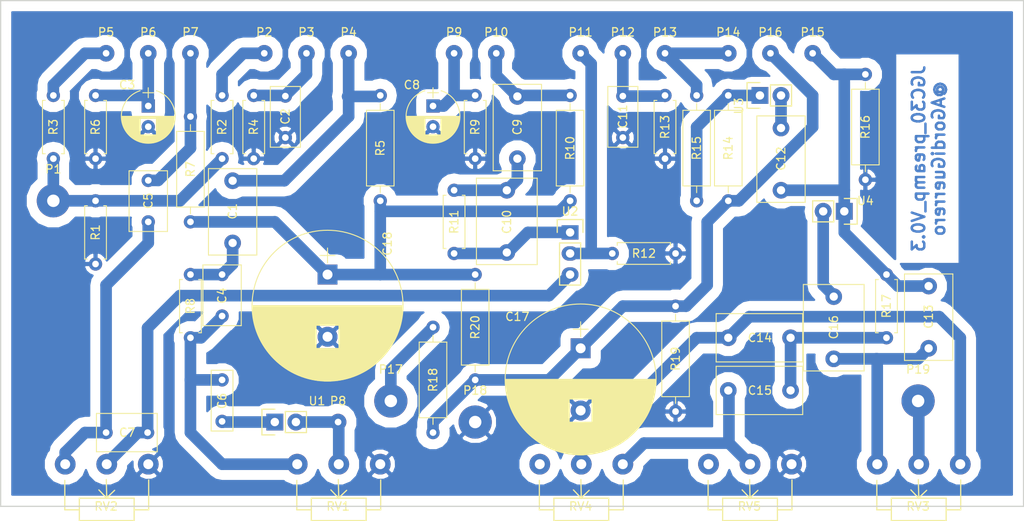
<source format=kicad_pcb>
(kicad_pcb (version 4) (host pcbnew 4.0.0-rc2-stable)
  (title_block (title "JGC30 tube preamp") (date 2017-01-18) (rev V0.3.1) (company @AGordiGuerrero) (comment 1 "Smart Open Lab. University of Extremadura."))
  (layers (0 F.Cu signal) (31 B.Cu signal) (34 B.Paste user) (35 F.Paste user) (36 B.SilkS user) (37 F.SilkS user) (38 B.Mask user) (39 F.Mask user) (44 Edge.Cuts user))
  (net 0 "")
  (net 1 "Net-(C1-Pad1)")
  (net 2 "Net-(C1-Pad2)")
  (net 3 GND)
  (net 4 "Net-(C2-Pad2)")
  (net 5 "Net-(C3-Pad1)")
  (net 6 "Net-(C4-Pad2)")
  (net 7 "Net-(C5-Pad1)")
  (net 8 "Net-(C5-Pad2)")
  (net 9 "Net-(C6-Pad2)")
  (net 10 "Net-(C7-Pad2)")
  (net 11 "Net-(C8-Pad1)")
  (net 12 "Net-(C10-Pad1)")
  (net 13 "Net-(C9-Pad2)")
  (net 14 "Net-(C10-Pad2)")
  (net 15 "Net-(C11-Pad2)")
  (net 16 "Net-(C12-Pad1)")
  (net 17 "Net-(C12-Pad2)")
  (net 18 "Net-(C13-Pad1)")
  (net 19 "Net-(C14-Pad1)")
  (net 20 "Net-(C14-Pad2)")
  (net 21 "Net-(C15-Pad1)")
  (net 22 "Net-(C16-Pad2)")
  (net 23 +HV1)
  (net 24 +HV2)
  (net 25 "Net-(P1-Pad1)")
  (net 26 "Net-(P2-Pad1)")
  (net 27 "Net-(P5-Pad1)")
  (net 28 "Net-(P8-Pad1)")
  (net 29 "Net-(P11-Pad1)")
  (net 30 "Net-(P13-Pad1)")
  (net 31 VCC)
  (net 32 "Net-(P19-Pad1)")
  (net 33 "Net-(R14-Pad2)")
  (module Capacitors_THT:C_Rect_L10.3mm_W5.7mm_P7.50mm_MKS4 (layer F.Cu) (at 138.43 80.01 90)
    (fp_text reference C1 (at 3.81 0 90) (layer F.SilkS))
    (fp_text value 22n)
    (pad 1 thru_hole circle (at 0 0 90) (size 2 2) (drill 1) (layers *.Cu *.Mask) (net 1 "Net-(C1-Pad1)"))
    (pad 2 thru_hole circle (at 7.5 0 90) (size 2 2) (drill 1) (layers *.Cu *.Mask) (net 2 "Net-(C1-Pad2)"))
  )
  (module Capacitors_THT:C_Rect_L7.2mm_W3.5mm_P5.00mm_FKS2_FKP2_MKS2_MKP2 (layer F.Cu) (at 144.78 67.31 90)
    (fp_text reference C2 (at 2.54 0 90) (layer F.SilkS))
    (fp_text value 680n)
    (pad 1 thru_hole circle (at 0 0 90) (size 1.6 1.6) (drill 0.8) (layers *.Cu *.Mask) (net 3 GND))
    (pad 2 thru_hole circle (at 5 0 90) (size 1.6 1.6) (drill 0.8) (layers *.Cu *.Mask) (net 4 "Net-(C2-Pad2)"))
  )
  (module Capacitors_THT:CP_Radial_D6.3mm_P2.50mm (layer F.Cu) (at 128.27 63.5 270)
    (fp_text reference C3 (at -2.54 2.54 360) (layer F.SilkS))
    (fp_text value 22u)
    (pad 1 thru_hole rect (at 0 0 270) (size 1.6 1.6) (drill 0.8) (layers *.Cu *.Mask) (net 5 "Net-(C3-Pad1)"))
    (pad 2 thru_hole circle (at 2.5 0 270) (size 1.6 1.6) (drill 0.8) (layers *.Cu *.Mask) (net 3 GND))
  )
  (module Capacitors_THT:C_Rect_L7.2mm_W4.5mm_P5.00mm_FKS2_FKP2_MKS2_MKP2 (layer F.Cu) (at 137.16 83.82 270)
    (fp_text reference C4 (at 2.54 0 270) (layer F.SilkS))
    (fp_text value 470p)
    (pad 1 thru_hole circle (at 0 0 270) (size 1.6 1.6) (drill 0.8) (layers *.Cu *.Mask) (net 1 "Net-(C1-Pad1)"))
    (pad 2 thru_hole circle (at 5 0 270) (size 1.6 1.6) (drill 0.8) (layers *.Cu *.Mask) (net 6 "Net-(C4-Pad2)"))
  )
  (module Capacitors_THT:C_Rect_L7.2mm_W4.5mm_P5.00mm_FKS2_FKP2_MKS2_MKP2 (layer F.Cu) (at 128.27 77.47 90)
    (fp_text reference C5 (at 2.54 0 90) (layer F.SilkS))
    (fp_text value 470p)
    (pad 1 thru_hole circle (at 0 0 90) (size 1.6 1.6) (drill 0.8) (layers *.Cu *.Mask) (net 7 "Net-(C5-Pad1)"))
    (pad 2 thru_hole circle (at 5 0 90) (size 1.6 1.6) (drill 0.8) (layers *.Cu *.Mask) (net 8 "Net-(C5-Pad2)"))
  )
  (module Capacitors_THT:C_Rect_L7.2mm_W2.5mm_P5.00mm_FKS2_FKP2_MKS2_MKP2 (layer F.Cu) (at 137.16 96.52 270)
    (fp_text reference C6 (at 2.54 0 270) (layer F.SilkS))
    (fp_text value 1n)
    (pad 1 thru_hole circle (at 0 0 270) (size 1.6 1.6) (drill 0.8) (layers *.Cu *.Mask) (net 6 "Net-(C4-Pad2)"))
    (pad 2 thru_hole circle (at 5 0 270) (size 1.6 1.6) (drill 0.8) (layers *.Cu *.Mask) (net 9 "Net-(C6-Pad2)"))
  )
  (module Capacitors_THT:C_Rect_L7.2mm_W4.5mm_P5.00mm_FKS2_FKP2_MKS2_MKP2 (layer F.Cu) (at 123.19 102.87)
    (fp_text reference C7 (at 2.54 0) (layer F.SilkS))
    (fp_text value 100p)
    (pad 1 thru_hole circle (at 0 0) (size 1.6 1.6) (drill 0.8) (layers *.Cu *.Mask) (net 7 "Net-(C5-Pad1)"))
    (pad 2 thru_hole circle (at 5 0) (size 1.6 1.6) (drill 0.8) (layers *.Cu *.Mask) (net 10 "Net-(C7-Pad2)"))
  )
  (module Capacitors_THT:CP_Radial_D6.3mm_P2.50mm (layer F.Cu) (at 162.56 63.5 270)
    (fp_text reference C8 (at -2.54 2.54 360) (layer F.SilkS))
    (fp_text value 22u)
    (pad 1 thru_hole rect (at 0 0 270) (size 1.6 1.6) (drill 0.8) (layers *.Cu *.Mask) (net 11 "Net-(C8-Pad1)"))
    (pad 2 thru_hole circle (at 2.5 0 270) (size 1.6 1.6) (drill 0.8) (layers *.Cu *.Mask) (net 3 GND))
  )
  (module Capacitors_THT:C_Rect_L10.3mm_W5.7mm_P7.50mm_MKS4 (layer F.Cu) (at 172.72 69.85 90)
    (fp_text reference C9 (at 3.81 0 90) (layer F.SilkS))
    (fp_text value 22n)
    (pad 1 thru_hole circle (at 0 0 90) (size 2 2) (drill 1) (layers *.Cu *.Mask) (net 12 "Net-(C10-Pad1)"))
    (pad 2 thru_hole circle (at 7.5 0 90) (size 2 2) (drill 1) (layers *.Cu *.Mask) (net 13 "Net-(C9-Pad2)"))
  )
  (module Capacitors_THT:C_Rect_L10.3mm_W7.2mm_P7.50mm_MKS4 (layer F.Cu) (at 171.45 73.66 270)
    (fp_text reference C10 (at 3.81 0 270) (layer F.SilkS))
    (fp_text value 470p)
    (pad 1 thru_hole circle (at 0 0 270) (size 2 2) (drill 1) (layers *.Cu *.Mask) (net 12 "Net-(C10-Pad1)"))
    (pad 2 thru_hole circle (at 7.5 0 270) (size 2 2) (drill 1) (layers *.Cu *.Mask) (net 14 "Net-(C10-Pad2)"))
  )
  (module Capacitors_THT:C_Rect_L7.2mm_W3.5mm_P5.00mm_FKS2_FKP2_MKS2_MKP2 (layer F.Cu) (at 185.42 67.31 90)
    (fp_text reference C11 (at 2.54 0 90) (layer F.SilkS))
    (fp_text value 680n)
    (pad 1 thru_hole circle (at 0 0 90) (size 1.6 1.6) (drill 0.8) (layers *.Cu *.Mask) (net 3 GND))
    (pad 2 thru_hole circle (at 5 0 90) (size 1.6 1.6) (drill 0.8) (layers *.Cu *.Mask) (net 15 "Net-(C11-Pad2)"))
  )
  (module Capacitors_THT:C_Rect_L10.3mm_W5.7mm_P7.50mm_MKS4 (layer F.Cu) (at 204.47 73.66 90)
    (fp_text reference C12 (at 3.81 0 90) (layer F.SilkS))
    (fp_text value 47n)
    (pad 1 thru_hole circle (at 0 0 90) (size 2 2) (drill 1) (layers *.Cu *.Mask) (net 16 "Net-(C12-Pad1)"))
    (pad 2 thru_hole circle (at 7.5 0 90) (size 2 2) (drill 1) (layers *.Cu *.Mask) (net 17 "Net-(C12-Pad2)"))
  )
  (module Capacitors_THT:C_Rect_L10.3mm_W5.7mm_P7.50mm_MKS4 (layer F.Cu) (at 222.25 92.71 90)
    (fp_text reference C13 (at 3.81 0 90) (layer F.SilkS))
    (fp_text value 22n)
    (pad 1 thru_hole circle (at 0 0 90) (size 2 2) (drill 1) (layers *.Cu *.Mask) (net 18 "Net-(C13-Pad1)"))
    (pad 2 thru_hole circle (at 7.5 0 90) (size 2 2) (drill 1) (layers *.Cu *.Mask) (net 16 "Net-(C12-Pad1)"))
  )
  (module Capacitors_THT:C_Rect_L10.3mm_W5.7mm_P7.50mm_MKS4 (layer F.Cu) (at 198.12 91.44)
    (fp_text reference C14 (at 3.81 0) (layer F.SilkS))
    (fp_text value 22n)
    (pad 1 thru_hole circle (at 0 0) (size 2 2) (drill 1) (layers *.Cu *.Mask) (net 19 "Net-(C14-Pad1)"))
    (pad 2 thru_hole circle (at 7.5 0) (size 2 2) (drill 1) (layers *.Cu *.Mask) (net 20 "Net-(C14-Pad2)"))
  )
  (module Capacitors_THT:C_Rect_L10.3mm_W5.7mm_P7.50mm_MKS4 (layer F.Cu) (at 198.12 97.79)
    (fp_text reference C15 (at 3.81 0) (layer F.SilkS))
    (fp_text value 22n)
    (pad 1 thru_hole circle (at 0 0) (size 2 2) (drill 1) (layers *.Cu *.Mask) (net 21 "Net-(C15-Pad1)"))
    (pad 2 thru_hole circle (at 7.5 0) (size 2 2) (drill 1) (layers *.Cu *.Mask) (net 20 "Net-(C14-Pad2)"))
  )
  (module Capacitors_THT:C_Rect_L10.3mm_W7.2mm_P7.50mm_MKS4 (layer F.Cu) (at 210.82 93.98 90)
    (fp_text reference C16 (at 3.81 0 90) (layer F.SilkS))
    (fp_text value 470p)
    (pad 1 thru_hole circle (at 0 0 90) (size 2 2) (drill 1) (layers *.Cu *.Mask) (net 18 "Net-(C13-Pad1)"))
    (pad 2 thru_hole circle (at 7.5 0 90) (size 2 2) (drill 1) (layers *.Cu *.Mask) (net 22 "Net-(C16-Pad2)"))
  )
  (module Capacitors_THT:CP_Radial_D18.0mm_P7.50mm (layer F.Cu) (at 180.34 92.71 270)
    (fp_text reference C17 (at -3.81 7.62 360) (layer F.SilkS))
    (fp_text value 47u)
    (pad 1 thru_hole rect (at 0 0 270) (size 2.4 2.4) (drill 1.2) (layers *.Cu *.Mask) (net 23 +HV1))
    (pad 2 thru_hole circle (at 7.5 0 270) (size 2.4 2.4) (drill 1.2) (layers *.Cu *.Mask) (net 3 GND))
  )
  (module Capacitors_THT:CP_Radial_D18.0mm_P7.50mm (layer F.Cu) (at 149.86 83.82 270)
    (fp_text reference C18 (at -3.7211 -7.2136 270) (layer F.SilkS))
    (fp_text value 47u)
    (pad 1 thru_hole rect (at 0 0 270) (size 2.4 2.4) (drill 1.2) (layers *.Cu *.Mask) (net 24 +HV2))
    (pad 2 thru_hole circle (at 7.5 0 270) (size 2.4 2.4) (drill 1.2) (layers *.Cu *.Mask) (net 3 GND))
  )
  (module Wire_Pads:SolderWirePad_single_1-5mmDrill (layer F.Cu) (at 116.84 74.93)
    (fp_text reference P1 (at 0 -3.81) (layer F.SilkS))
    (fp_text value INPUT)
    (pad 1 thru_hole circle (at 0 0) (size 4.0005 4.0005) (drill 1.50114) (layers *.Cu *.Mask) (net 25 "Net-(P1-Pad1)"))
  )
  (module Wire_Pads:SolderWirePad_single_0-8mmDrill (layer F.Cu) (at 142.24 57.15)
    (fp_text reference P2 (at 0 -2.54) (layer F.SilkS))
    (fp_text value V2A_G)
    (pad 1 thru_hole circle (at 0 0) (size 1.99898 1.99898) (drill 0.8001) (layers *.Cu *.Mask) (net 26 "Net-(P2-Pad1)"))
  )
  (module Wire_Pads:SolderWirePad_single_0-8mmDrill (layer F.Cu) (at 147.32 57.15)
    (fp_text reference P3 (at 0 -2.54) (layer F.SilkS))
    (fp_text value V2A_K)
    (pad 1 thru_hole circle (at 0 0) (size 1.99898 1.99898) (drill 0.8001) (layers *.Cu *.Mask) (net 4 "Net-(C2-Pad2)"))
  )
  (module Wire_Pads:SolderWirePad_single_0-8mmDrill (layer F.Cu) (at 152.4 57.15)
    (fp_text reference P4 (at 0 -2.54) (layer F.SilkS))
    (fp_text value V2A_A)
    (pad 1 thru_hole circle (at 0 0) (size 1.99898 1.99898) (drill 0.8001) (layers *.Cu *.Mask) (net 2 "Net-(C1-Pad2)"))
  )
  (module Wire_Pads:SolderWirePad_single_0-8mmDrill (layer F.Cu) (at 123.19 57.15)
    (fp_text reference P5 (at 0 -2.54) (layer F.SilkS))
    (fp_text value V1A_G)
    (pad 1 thru_hole circle (at 0 0) (size 1.99898 1.99898) (drill 0.8001) (layers *.Cu *.Mask) (net 27 "Net-(P5-Pad1)"))
  )
  (module Wire_Pads:SolderWirePad_single_0-8mmDrill (layer F.Cu) (at 128.27 57.15)
    (fp_text reference P6 (at 0 -2.54) (layer F.SilkS))
    (fp_text value V1A_K)
    (pad 1 thru_hole circle (at 0 0) (size 1.99898 1.99898) (drill 0.8001) (layers *.Cu *.Mask) (net 5 "Net-(C3-Pad1)"))
  )
  (module Wire_Pads:SolderWirePad_single_0-8mmDrill (layer F.Cu) (at 133.35 57.15)
    (fp_text reference P7 (at 0 -2.54) (layer F.SilkS))
    (fp_text value V1A_A)
    (pad 1 thru_hole circle (at 0 0) (size 1.99898 1.99898) (drill 0.8001) (layers *.Cu *.Mask) (net 8 "Net-(C5-Pad2)"))
  )
  (module Wire_Pads:SolderWirePad_single_0-8mmDrill (layer F.Cu) (at 151.13 101.6)
    (fp_text reference P8 (at 0 -2.54) (layer F.SilkS))
    (fp_text value V2B_G)
    (pad 1 thru_hole circle (at 0 0) (size 1.99898 1.99898) (drill 0.8001) (layers *.Cu *.Mask) (net 28 "Net-(P8-Pad1)"))
  )
  (module Wire_Pads:SolderWirePad_single_0-8mmDrill (layer F.Cu) (at 165.1 57.15)
    (fp_text reference P9 (at 0 -2.54) (layer F.SilkS))
    (fp_text value V2B_K)
    (pad 1 thru_hole circle (at 0 0) (size 1.99898 1.99898) (drill 0.8001) (layers *.Cu *.Mask) (net 11 "Net-(C8-Pad1)"))
  )
  (module Wire_Pads:SolderWirePad_single_0-8mmDrill (layer F.Cu) (at 170.18 57.15)
    (fp_text reference P10 (at 0 -2.54) (layer F.SilkS))
    (fp_text value V2B_A)
    (pad 1 thru_hole circle (at 0 0) (size 1.99898 1.99898) (drill 0.8001) (layers *.Cu *.Mask) (net 13 "Net-(C9-Pad2)"))
  )
  (module Wire_Pads:SolderWirePad_single_0-8mmDrill (layer F.Cu) (at 180.34 57.15)
    (fp_text reference P11 (at 0 -2.54) (layer F.SilkS))
    (fp_text value V3A_G)
    (pad 1 thru_hole circle (at 0 0) (size 1.99898 1.99898) (drill 0.8001) (layers *.Cu *.Mask) (net 29 "Net-(P11-Pad1)"))
  )
  (module Wire_Pads:SolderWirePad_single_0-8mmDrill (layer F.Cu) (at 185.42 57.15)
    (fp_text reference P12 (at 0 -2.54) (layer F.SilkS))
    (fp_text value V3A_K)
    (pad 1 thru_hole circle (at 0 0) (size 1.99898 1.99898) (drill 0.8001) (layers *.Cu *.Mask) (net 15 "Net-(C11-Pad2)"))
  )
  (module Wire_Pads:SolderWirePad_single_0-8mmDrill (layer F.Cu) (at 190.5 57.15)
    (fp_text reference P13 (at 0 -2.54) (layer F.SilkS))
    (fp_text value V3A_A)
    (pad 1 thru_hole circle (at 0 0) (size 1.99898 1.99898) (drill 0.8001) (layers *.Cu *.Mask) (net 30 "Net-(P13-Pad1)"))
  )
  (module Wire_Pads:SolderWirePad_single_0-8mmDrill (layer F.Cu) (at 198.12 57.15)
    (fp_text reference P14 (at 0 -2.54) (layer F.SilkS))
    (fp_text value V3B_G)
    (pad 1 thru_hole circle (at 0 0) (size 1.99898 1.99898) (drill 0.8001) (layers *.Cu *.Mask) (net 30 "Net-(P13-Pad1)"))
  )
  (module Wire_Pads:SolderWirePad_single_0-8mmDrill (layer F.Cu) (at 208.28 57.15)
    (fp_text reference P15 (at 0 -2.54) (layer F.SilkS))
    (fp_text value V3B_K)
    (pad 1 thru_hole circle (at 0 0) (size 1.99898 1.99898) (drill 0.8001) (layers *.Cu *.Mask) (net 16 "Net-(C12-Pad1)"))
  )
  (module Wire_Pads:SolderWirePad_single_0-8mmDrill (layer F.Cu) (at 203.2 57.15)
    (fp_text reference P16 (at 0 -2.54) (layer F.SilkS))
    (fp_text value V3B_A)
    (pad 1 thru_hole circle (at 0 0) (size 1.99898 1.99898) (drill 0.8001) (layers *.Cu *.Mask) (net 23 +HV1))
  )
  (module Wire_Pads:SolderWirePad_single_1-5mmDrill (layer F.Cu) (at 157.48 99.06)
    (fp_text reference P17 (at 0 -3.81) (layer F.SilkS))
    (fp_text value VCC)
    (pad 1 thru_hole circle (at 0 0) (size 4.0005 4.0005) (drill 1.50114) (layers *.Cu *.Mask) (net 31 VCC))
  )
  (module Wire_Pads:SolderWirePad_single_1-5mmDrill (layer F.Cu) (at 167.64 101.6)
    (fp_text reference P18 (at 0 -3.81) (layer F.SilkS))
    (fp_text value GROUND)
    (pad 1 thru_hole circle (at 0 0) (size 4.0005 4.0005) (drill 1.50114) (layers *.Cu *.Mask) (net 3 GND))
  )
  (module Wire_Pads:SolderWirePad_single_1-5mmDrill (layer F.Cu) (at 220.98 99.06)
    (fp_text reference P19 (at 0 -3.81) (layer F.SilkS))
    (fp_text value OUTPUT)
    (pad 1 thru_hole circle (at 0 0) (size 4.0005 4.0005) (drill 1.50114) (layers *.Cu *.Mask) (net 32 "Net-(P19-Pad1)"))
  )
  (module Resistors_THT:R_Axial_DIN0207_L6.3mm_D2.5mm_P7.62mm_Horizontal (layer F.Cu) (at 121.92 74.93 270)
    (fp_text reference R1 (at 3.81 0 270) (layer F.SilkS))
    (fp_text value 1M)
    (pad 1 thru_hole circle (at 0 0 270) (size 1.6 1.6) (drill 0.8) (layers *.Cu *.Mask) (net 25 "Net-(P1-Pad1)"))
    (pad 2 thru_hole oval (at 7.62 0 270) (size 1.6 1.6) (drill 0.8) (layers *.Cu *.Mask) (net 3 GND))
  )
  (module Resistors_THT:R_Axial_DIN0207_L6.3mm_D2.5mm_P7.62mm_Horizontal (layer F.Cu) (at 137.16 62.23 270)
    (fp_text reference R2 (at 3.81 0 270) (layer F.SilkS))
    (fp_text value 68k)
    (pad 1 thru_hole circle (at 0 0 270) (size 1.6 1.6) (drill 0.8) (layers *.Cu *.Mask) (net 26 "Net-(P2-Pad1)"))
    (pad 2 thru_hole oval (at 7.62 0 270) (size 1.6 1.6) (drill 0.8) (layers *.Cu *.Mask) (net 25 "Net-(P1-Pad1)"))
  )
  (module Resistors_THT:R_Axial_DIN0207_L6.3mm_D2.5mm_P7.62mm_Horizontal (layer F.Cu) (at 116.84 62.23 270)
    (fp_text reference R3 (at 3.81 0 270) (layer F.SilkS))
    (fp_text value 68k)
    (pad 1 thru_hole circle (at 0 0 270) (size 1.6 1.6) (drill 0.8) (layers *.Cu *.Mask) (net 27 "Net-(P5-Pad1)"))
    (pad 2 thru_hole oval (at 7.62 0 270) (size 1.6 1.6) (drill 0.8) (layers *.Cu *.Mask) (net 25 "Net-(P1-Pad1)"))
  )
  (module Resistors_THT:R_Axial_DIN0207_L6.3mm_D2.5mm_P7.62mm_Horizontal (layer F.Cu) (at 140.97 62.23 270)
    (fp_text reference R4 (at 3.81 0 270) (layer F.SilkS))
    (fp_text value 2k7)
    (pad 1 thru_hole circle (at 0 0 270) (size 1.6 1.6) (drill 0.8) (layers *.Cu *.Mask) (net 4 "Net-(C2-Pad2)"))
    (pad 2 thru_hole oval (at 7.62 0 270) (size 1.6 1.6) (drill 0.8) (layers *.Cu *.Mask) (net 3 GND))
  )
  (module Resistors_THT:R_Axial_DIN0309_L9.0mm_D3.2mm_P12.70mm_Horizontal (layer F.Cu) (at 156.21 74.93 90)
    (fp_text reference R5 (at 6.35 0 90) (layer F.SilkS))
    (fp_text value 100k)
    (pad 1 thru_hole circle (at 0 0 90) (size 1.6 1.6) (drill 0.8) (layers *.Cu *.Mask) (net 24 +HV2))
    (pad 2 thru_hole oval (at 12.7 0 90) (size 1.6 1.6) (drill 0.8) (layers *.Cu *.Mask) (net 2 "Net-(C1-Pad2)"))
  )
  (module Resistors_THT:R_Axial_DIN0207_L6.3mm_D2.5mm_P7.62mm_Horizontal (layer F.Cu) (at 121.92 62.23 270)
    (fp_text reference R6 (at 3.81 0 270) (layer F.SilkS))
    (fp_text value 820R)
    (pad 1 thru_hole circle (at 0 0 270) (size 1.6 1.6) (drill 0.8) (layers *.Cu *.Mask) (net 5 "Net-(C3-Pad1)"))
    (pad 2 thru_hole oval (at 7.62 0 270) (size 1.6 1.6) (drill 0.8) (layers *.Cu *.Mask) (net 3 GND))
  )
  (module Resistors_THT:R_Axial_DIN0309_L9.0mm_D3.2mm_P12.70mm_Horizontal (layer F.Cu) (at 133.35 77.47 90)
    (fp_text reference R7 (at 6.35 0 90) (layer F.SilkS))
    (fp_text value 220k)
    (pad 1 thru_hole circle (at 0 0 90) (size 1.6 1.6) (drill 0.8) (layers *.Cu *.Mask) (net 24 +HV2))
    (pad 2 thru_hole oval (at 12.7 0 90) (size 1.6 1.6) (drill 0.8) (layers *.Cu *.Mask) (net 8 "Net-(C5-Pad2)"))
  )
  (module Resistors_THT:R_Axial_DIN0207_L6.3mm_D2.5mm_P7.62mm_Horizontal (layer F.Cu) (at 133.35 91.44 90)
    (fp_text reference R8 (at 3.81 0 90) (layer F.SilkS))
    (fp_text value 470k)
    (pad 1 thru_hole circle (at 0 0 90) (size 1.6 1.6) (drill 0.8) (layers *.Cu *.Mask) (net 6 "Net-(C4-Pad2)"))
    (pad 2 thru_hole oval (at 7.62 0 90) (size 1.6 1.6) (drill 0.8) (layers *.Cu *.Mask) (net 1 "Net-(C1-Pad1)"))
  )
  (module Resistors_THT:R_Axial_DIN0207_L6.3mm_D2.5mm_P7.62mm_Horizontal (layer F.Cu) (at 167.64 62.23 270)
    (fp_text reference R9 (at 3.81 0 270) (layer F.SilkS))
    (fp_text value 10k)
    (pad 1 thru_hole circle (at 0 0 270) (size 1.6 1.6) (drill 0.8) (layers *.Cu *.Mask) (net 11 "Net-(C8-Pad1)"))
    (pad 2 thru_hole oval (at 7.62 0 270) (size 1.6 1.6) (drill 0.8) (layers *.Cu *.Mask) (net 3 GND))
  )
  (module Resistors_THT:R_Axial_DIN0309_L9.0mm_D3.2mm_P12.70mm_Horizontal (layer F.Cu) (at 179.07 74.93 90)
    (fp_text reference R10 (at 6.35 0 90) (layer F.SilkS))
    (fp_text value 100k)
    (pad 1 thru_hole circle (at 0 0 90) (size 1.6 1.6) (drill 0.8) (layers *.Cu *.Mask) (net 24 +HV2))
    (pad 2 thru_hole oval (at 12.7 0 90) (size 1.6 1.6) (drill 0.8) (layers *.Cu *.Mask) (net 13 "Net-(C9-Pad2)"))
  )
  (module Resistors_THT:R_Axial_DIN0207_L6.3mm_D2.5mm_P7.62mm_Horizontal (layer F.Cu) (at 165.1 81.28 90)
    (fp_text reference R11 (at 3.81 0 90) (layer F.SilkS))
    (fp_text value 470k)
    (pad 1 thru_hole circle (at 0 0 90) (size 1.6 1.6) (drill 0.8) (layers *.Cu *.Mask) (net 14 "Net-(C10-Pad2)"))
    (pad 2 thru_hole oval (at 7.62 0 90) (size 1.6 1.6) (drill 0.8) (layers *.Cu *.Mask) (net 12 "Net-(C10-Pad1)"))
  )
  (module Resistors_THT:R_Axial_DIN0207_L6.3mm_D2.5mm_P7.62mm_Horizontal (layer F.Cu) (at 184.15 81.28)
    (fp_text reference R12 (at 3.81 0) (layer F.SilkS))
    (fp_text value 1M)
    (pad 1 thru_hole circle (at 0 0) (size 1.6 1.6) (drill 0.8) (layers *.Cu *.Mask) (net 29 "Net-(P11-Pad1)"))
    (pad 2 thru_hole oval (at 7.62 0) (size 1.6 1.6) (drill 0.8) (layers *.Cu *.Mask) (net 3 GND))
  )
  (module Resistors_THT:R_Axial_DIN0207_L6.3mm_D2.5mm_P7.62mm_Horizontal (layer F.Cu) (at 190.5 62.23 270)
    (fp_text reference R13 (at 3.81 0 270) (layer F.SilkS))
    (fp_text value 820R)
    (pad 1 thru_hole circle (at 0 0 270) (size 1.6 1.6) (drill 0.8) (layers *.Cu *.Mask) (net 15 "Net-(C11-Pad2)"))
    (pad 2 thru_hole oval (at 7.62 0 270) (size 1.6 1.6) (drill 0.8) (layers *.Cu *.Mask) (net 3 GND))
  )
  (module Resistors_THT:R_Axial_DIN0309_L9.0mm_D3.2mm_P12.70mm_Horizontal (layer F.Cu) (at 198.12 74.93 90)
    (fp_text reference R14 (at 6.35 0 90) (layer F.SilkS))
    (fp_text value 47k)
    (pad 1 thru_hole circle (at 0 0 90) (size 1.6 1.6) (drill 0.8) (layers *.Cu *.Mask) (net 23 +HV1))
    (pad 2 thru_hole oval (at 12.7 0 90) (size 1.6 1.6) (drill 0.8) (layers *.Cu *.Mask) (net 33 "Net-(R14-Pad2)"))
  )
  (module Resistors_THT:R_Axial_DIN0309_L9.0mm_D3.2mm_P12.70mm_Horizontal (layer F.Cu) (at 194.31 74.93 90)
    (fp_text reference R15 (at 6.35 0 90) (layer F.SilkS))
    (fp_text value 47k)
    (pad 1 thru_hole circle (at 0 0 90) (size 1.6 1.6) (drill 0.8) (layers *.Cu *.Mask) (net 33 "Net-(R14-Pad2)"))
    (pad 2 thru_hole oval (at 12.7 0 90) (size 1.6 1.6) (drill 0.8) (layers *.Cu *.Mask) (net 30 "Net-(P13-Pad1)"))
  )
  (module Resistors_THT:R_Axial_DIN0309_L9.0mm_D3.2mm_P12.70mm_Horizontal (layer F.Cu) (at 214.63 59.69 270)
    (fp_text reference R16 (at 6.35 0 270) (layer F.SilkS))
    (fp_text value 100k)
    (pad 1 thru_hole circle (at 0 0 270) (size 1.6 1.6) (drill 0.8) (layers *.Cu *.Mask) (net 16 "Net-(C12-Pad1)"))
    (pad 2 thru_hole oval (at 12.7 0 270) (size 1.6 1.6) (drill 0.8) (layers *.Cu *.Mask) (net 3 GND))
  )
  (module Resistors_THT:R_Axial_DIN0207_L6.3mm_D2.5mm_P7.62mm_Horizontal (layer F.Cu) (at 217.17 83.82 270)
    (fp_text reference R17 (at 3.81 0 270) (layer F.SilkS))
    (fp_text value 33k)
    (pad 1 thru_hole circle (at 0 0 270) (size 1.6 1.6) (drill 0.8) (layers *.Cu *.Mask) (net 16 "Net-(C12-Pad1)"))
    (pad 2 thru_hole oval (at 7.62 0 270) (size 1.6 1.6) (drill 0.8) (layers *.Cu *.Mask) (net 20 "Net-(C14-Pad2)"))
  )
  (module Resistors_THT:R_Axial_DIN0309_L9.0mm_D3.2mm_P12.70mm_Horizontal (layer F.Cu) (at 162.56 102.87 90)
    (fp_text reference R18 (at 6.35 0 90) (layer F.SilkS))
    (fp_text value 33R)
    (pad 1 thru_hole circle (at 0 0 90) (size 1.6 1.6) (drill 0.8) (layers *.Cu *.Mask) (net 23 +HV1))
    (pad 2 thru_hole oval (at 12.7 0 90) (size 1.6 1.6) (drill 0.8) (layers *.Cu *.Mask) (net 31 VCC))
  )
  (module Resistors_THT:R_Axial_DIN0309_L9.0mm_D3.2mm_P12.70mm_Horizontal (layer F.Cu) (at 191.77 87.63 270)
    (fp_text reference R19 (at 6.35 0 270) (layer F.SilkS))
    (fp_text value 220k)
    (pad 1 thru_hole circle (at 0 0 270) (size 1.6 1.6) (drill 0.8) (layers *.Cu *.Mask) (net 23 +HV1))
    (pad 2 thru_hole oval (at 12.7 0 270) (size 1.6 1.6) (drill 0.8) (layers *.Cu *.Mask) (net 3 GND))
  )
  (module Resistors_THT:R_Axial_DIN0309_L9.0mm_D3.2mm_P12.70mm_Horizontal (layer F.Cu) (at 167.64 83.82 270)
    (fp_text reference R20 (at 6.35 0 270) (layer F.SilkS))
    (fp_text value 47R)
    (pad 1 thru_hole circle (at 0 0 270) (size 1.6 1.6) (drill 0.8) (layers *.Cu *.Mask) (net 24 +HV2))
    (pad 2 thru_hole oval (at 12.7 0 270) (size 1.6 1.6) (drill 0.8) (layers *.Cu *.Mask) (net 23 +HV1))
  )
  (module Potentiometers:Potentiometer_WirePads (layer F.Cu) (at 156.21 106.68 270)
    (fp_text reference RV1 (at 5.08 5.08 360) (layer F.SilkS))
    (fp_text value 1MA)
    (pad 2 thru_hole circle (at 0 5.00126 270) (size 2.49936 2.49936) (drill 1.19888) (layers *.Cu *.Mask) (net 28 "Net-(P8-Pad1)"))
    (pad 3 thru_hole circle (at 0 10.00252 270) (size 2.49936 2.49936) (drill 1.19888) (layers *.Cu *.Mask) (net 6 "Net-(C4-Pad2)"))
    (pad 1 thru_hole circle (at 0 0 270) (size 2.49936 2.49936) (drill 1.19888) (layers *.Cu *.Mask) (net 3 GND))
  )
  (module Potentiometers:Potentiometer_WirePads (layer F.Cu) (at 128.27 106.68 270)
    (fp_text reference RV2 (at 5.08 5.08 360) (layer F.SilkS))
    (fp_text value 500k)
    (pad 2 thru_hole circle (at 0 5.00126 270) (size 2.49936 2.49936) (drill 1.19888) (layers *.Cu *.Mask) (net 10 "Net-(C7-Pad2)"))
    (pad 3 thru_hole circle (at 0 10.00252 270) (size 2.49936 2.49936) (drill 1.19888) (layers *.Cu *.Mask) (net 7 "Net-(C5-Pad1)"))
    (pad 1 thru_hole circle (at 0 0 270) (size 2.49936 2.49936) (drill 1.19888) (layers *.Cu *.Mask) (net 3 GND))
  )
  (module Potentiometers:Potentiometer_WirePads (layer F.Cu) (at 226.06 106.68 270)
    (fp_text reference RV3 (at 5.08 5.08 360) (layer F.SilkS))
    (fp_text value 250kB)
    (pad 2 thru_hole circle (at 0 5.00126 270) (size 2.49936 2.49936) (drill 1.19888) (layers *.Cu *.Mask) (net 32 "Net-(P19-Pad1)"))
    (pad 3 thru_hole circle (at 0 10.00252 270) (size 2.49936 2.49936) (drill 1.19888) (layers *.Cu *.Mask) (net 18 "Net-(C13-Pad1)"))
    (pad 1 thru_hole circle (at 0 0 270) (size 2.49936 2.49936) (drill 1.19888) (layers *.Cu *.Mask) (net 19 "Net-(C14-Pad1)"))
  )
  (module Potentiometers:Potentiometer_WirePads (layer F.Cu) (at 185.42 106.68 270)
    (fp_text reference RV4 (at 5.08 5.08 360) (layer F.SilkS))
    (fp_text value 1MA)
    (pad 2 thru_hole circle (at 0 5.00126 270) (size 2.49936 2.49936) (drill 1.19888) (layers *.Cu *.Mask) (net 19 "Net-(C14-Pad1)"))
    (pad 3 thru_hole circle (at 0 10.00252 270) (size 2.49936 2.49936) (drill 1.19888) (layers *.Cu *.Mask))
    (pad 1 thru_hole circle (at 0 0 270) (size 2.49936 2.49936) (drill 1.19888) (layers *.Cu *.Mask) (net 21 "Net-(C15-Pad1)"))
  )
  (module Potentiometers:Potentiometer_WirePads (layer F.Cu) (at 205.74 106.68 270)
    (fp_text reference RV5 (at 5.08 5.08 360) (layer F.SilkS))
    (fp_text value 25kB)
    (pad 2 thru_hole circle (at 0 5.00126 270) (size 2.49936 2.49936) (drill 1.19888) (layers *.Cu *.Mask) (net 21 "Net-(C15-Pad1)"))
    (pad 3 thru_hole circle (at 0 10.00252 270) (size 2.49936 2.49936) (drill 1.19888) (layers *.Cu *.Mask))
    (pad 1 thru_hole circle (at 0 0 270) (size 2.49936 2.49936) (drill 1.19888) (layers *.Cu *.Mask) (net 3 GND))
  )
  (module Socket_Strips:Socket_Strip_Straight_1x02 (layer F.Cu) (at 143.51 101.6)
    (fp_text reference U1 (at 5.08 -2.54) (layer F.SilkS))
    (fp_text value BRIGHT)
    (pad 1 thru_hole rect (at 0 0) (size 2.032 2.032) (drill 1.016) (layers *.Cu *.Mask) (net 9 "Net-(C6-Pad2)"))
    (pad 2 thru_hole oval (at 2.54 0) (size 2.032 2.032) (drill 1.016) (layers *.Cu *.Mask) (net 28 "Net-(P8-Pad1)"))
  )
  (module Socket_Strips:Socket_Strip_Straight_1x03 (layer F.Cu) (at 179.07 78.74 270)
    (fp_text reference U2 (at -2.54 0 360) (layer F.SilkS))
    (fp_text value CH1/CH2_A)
    (pad 1 thru_hole rect (at 0 0 270) (size 1.7272 2.032) (drill 1.016) (layers *.Cu *.Mask) (net 14 "Net-(C10-Pad2)"))
    (pad 2 thru_hole oval (at 2.54 0 270) (size 1.7272 2.032) (drill 1.016) (layers *.Cu *.Mask) (net 29 "Net-(P11-Pad1)"))
    (pad 3 thru_hole oval (at 5.08 0 270) (size 1.7272 2.032) (drill 1.016) (layers *.Cu *.Mask) (net 10 "Net-(C7-Pad2)"))
  )
  (module Socket_Strips:Socket_Strip_Straight_1x02 (layer F.Cu) (at 201.93 62.23)
    (fp_text reference U3 (at -2.54 1.27 90) (layer F.SilkS))
    (fp_text value VTG/MDN)
    (pad 1 thru_hole rect (at 0 0) (size 2.032 2.032) (drill 1.016) (layers *.Cu *.Mask) (net 33 "Net-(R14-Pad2)"))
    (pad 2 thru_hole oval (at 2.54 0) (size 2.032 2.032) (drill 1.016) (layers *.Cu *.Mask) (net 17 "Net-(C12-Pad2)"))
  )
  (module Socket_Strips:Socket_Strip_Straight_1x02 (layer F.Cu) (at 212.09 76.2 180)
    (fp_text reference U4 (at -2.54 1.27 180) (layer F.SilkS))
    (fp_text value CH1/CH2_B)
    (pad 1 thru_hole rect (at 0 0 180) (size 2.032 2.032) (drill 1.016) (layers *.Cu *.Mask) (net 16 "Net-(C12-Pad1)"))
    (pad 2 thru_hole oval (at 2.54 0 180) (size 2.032 2.032) (drill 1.016) (layers *.Cu *.Mask) (net 22 "Net-(C16-Pad2)"))
  )
  (gr_line (start 110.49 111.76) (end 110.49 50.8) (angle 90) (layer Edge.Cuts) (width 0.15))
  (gr_line (start 233.68 111.76) (end 110.49 111.76) (angle 90) (layer Edge.Cuts) (width 0.15))
  (gr_line (start 233.68 50.8) (end 233.68 111.76) (angle 90) (layer Edge.Cuts) (width 0.15))
  (gr_line (start 110.49 50.8) (end 233.68 50.8) (angle 90) (layer Edge.Cuts) (width 0.15))
  (gr_text "JGC30_preamp_V0.3\n@AGordiGuerrero" (at 222.25 69.85 90) (layer B.Cu) (effects (font (size 1.5 1.5) (thickness 0.3)) (justify mirror)))
  (segment (start 133.35 83.82) (end 137.16 83.82) (width 1.4) (layer B.Cu) (net 1))
  (segment (start 137.16 83.82) (end 138.43 82.55) (width 1.4) (layer B.Cu) (net 1))
  (segment (start 138.43 82.55) (end 138.43 80.01) (width 1.4) (layer B.Cu) (net 1))
  (segment (start 138.43 72.51) (end 144.66 72.51) (width 1.4) (layer B.Cu) (net 2))
  (segment (start 152.4 64.77) (end 152.4 62.35) (width 1.4) (layer B.Cu) (net 2))
  (segment (start 144.66 72.51) (end 152.4 64.77) (width 1.4) (layer B.Cu) (net 2))
  (segment (start 152.28 62.35) (end 152.4 62.35) (width 1.4) (layer B.Cu) (net 2))
  (segment (start 152.4 62.35) (end 156.09 62.35) (width 1.4) (layer B.Cu) (net 2))
  (segment (start 156.09 62.35) (end 156.21 62.23) (width 1.4) (layer B.Cu) (net 2))
  (segment (start 152.4 62.23) (end 152.4 57.15) (width 1.4) (layer B.Cu) (net 2))
  (segment (start 152.28 62.35) (end 152.4 62.23) (width 1.4) (layer B.Cu) (net 2))
  (segment (start 144.78 62.31) (end 144.78 62.23) (width 1.4) (layer B.Cu) (net 4))
  (segment (start 144.78 62.23) (end 147.32 59.69) (width 1.4) (layer B.Cu) (net 4))
  (segment (start 147.32 59.69) (end 147.32 57.15) (width 1.4) (layer B.Cu) (net 4))
  (segment (start 140.97 62.23) (end 144.7 62.23) (width 1.4) (layer B.Cu) (net 4))
  (segment (start 144.7 62.23) (end 144.78 62.31) (width 1.4) (layer B.Cu) (net 4))
  (segment (start 128.27 57.15) (end 128.27 62.23) (width 1.4) (layer B.Cu) (net 5))
  (segment (start 121.92 62.23) (end 128.27 62.23) (width 1.4) (layer B.Cu) (net 5))
  (segment (start 128.27 62.23) (end 128.27 63.5) (width 1.4) (layer B.Cu) (net 5))
  (segment (start 146.20748 106.68) (end 137.16 106.68) (width 1.4) (layer B.Cu) (net 6))
  (segment (start 133.35 102.87) (end 133.35 96.52) (width 1.4) (layer B.Cu) (net 6))
  (segment (start 137.16 106.68) (end 133.35 102.87) (width 1.4) (layer B.Cu) (net 6))
  (segment (start 137.16 88.82) (end 137.16 88.9) (width 1.4) (layer B.Cu) (net 6))
  (segment (start 137.16 88.9) (end 134.62 91.44) (width 1.4) (layer B.Cu) (net 6))
  (segment (start 134.62 91.44) (end 133.35 91.44) (width 1.4) (layer B.Cu) (net 6))
  (segment (start 137.16 96.52) (end 133.35 96.52) (width 1.4) (layer B.Cu) (net 6))
  (segment (start 133.35 96.52) (end 133.35 91.44) (width 1.4) (layer B.Cu) (net 6))
  (segment (start 128.27 77.47) (end 128.27 80.01) (width 1.4) (layer B.Cu) (net 7))
  (segment (start 123.19 85.09) (end 123.19 102.87) (width 1.4) (layer B.Cu) (net 7))
  (segment (start 128.27 80.01) (end 123.19 85.09) (width 1.4) (layer B.Cu) (net 7))
  (segment (start 120.65 102.87) (end 123.19 102.87) (width 1.4) (layer B.Cu) (net 7))
  (segment (start 118.26748 105.25252) (end 120.65 102.87) (width 1.4) (layer B.Cu) (net 7))
  (segment (start 118.26748 106.68) (end 118.26748 105.25252) (width 1.4) (layer B.Cu) (net 7))
  (segment (start 128.27 72.47) (end 129.46 72.47) (width 1.4) (layer B.Cu) (net 8))
  (segment (start 133.35 68.58) (end 133.35 64.77) (width 1.4) (layer B.Cu) (net 8))
  (segment (start 129.46 72.47) (end 133.35 68.58) (width 1.4) (layer B.Cu) (net 8))
  (segment (start 133.35 64.77) (end 133.35 57.15) (width 1.4) (layer B.Cu) (net 8))
  (segment (start 143.51 101.6) (end 137.24 101.6) (width 1.4) (layer B.Cu) (net 9))
  (segment (start 137.24 101.6) (end 137.16 101.52) (width 1.4) (layer B.Cu) (net 9))
  (segment (start 179.07 83.82) (end 176.53 86.36) (width 1.4) (layer B.Cu) (net 10))
  (segment (start 128.19 90.25) (end 132.08 86.36) (width 1.4) (layer B.Cu) (net 10))
  (segment (start 132.08 86.36) (end 176.53 86.36) (width 1.4) (layer B.Cu) (net 10))
  (segment (start 128.19 90.25) (end 128.19 102.87) (width 1.4) (layer B.Cu) (net 10))
  (segment (start 123.26874 106.68) (end 123.26874 106.60126) (width 1.4) (layer B.Cu) (net 10))
  (segment (start 123.26874 106.60126) (end 127 102.87) (width 1.4) (layer B.Cu) (net 10))
  (segment (start 127 102.87) (end 128.19 102.87) (width 1.4) (layer B.Cu) (net 10))
  (segment (start 165.1 62.23) (end 167.64 62.23) (width 1.4) (layer B.Cu) (net 11))
  (segment (start 162.56 63.5) (end 163.83 63.5) (width 1.4) (layer B.Cu) (net 11))
  (segment (start 165.1 62.23) (end 165.1 57.15) (width 1.4) (layer B.Cu) (net 11))
  (segment (start 163.83 63.5) (end 165.1 62.23) (width 1.4) (layer B.Cu) (net 11))
  (segment (start 171.45 73.66) (end 172.72 72.39) (width 1.4) (layer B.Cu) (net 12))
  (segment (start 172.72 72.39) (end 172.72 69.85) (width 1.4) (layer B.Cu) (net 12))
  (segment (start 171.45 73.66) (end 165.1 73.66) (width 1.4) (layer B.Cu) (net 12))
  (segment (start 170.18 57.15) (end 170.18 59.81) (width 1.4) (layer B.Cu) (net 13))
  (segment (start 170.18 59.81) (end 172.6 62.23) (width 1.4) (layer B.Cu) (net 13))
  (segment (start 172.6 62.23) (end 179.07 62.23) (width 1.4) (layer B.Cu) (net 13))
  (segment (start 171.45 81.16) (end 171.57 81.16) (width 1.4) (layer B.Cu) (net 14))
  (segment (start 171.57 81.16) (end 173.99 78.74) (width 1.4) (layer B.Cu) (net 14))
  (segment (start 173.99 78.74) (end 179.07 78.74) (width 1.4) (layer B.Cu) (net 14))
  (segment (start 165.1 81.28) (end 171.33 81.28) (width 1.4) (layer B.Cu) (net 14))
  (segment (start 171.33 81.28) (end 171.45 81.16) (width 1.4) (layer B.Cu) (net 14))
  (segment (start 178.95 78.62) (end 179.07 78.74) (width 1.4) (layer B.Cu) (net 14))
  (segment (start 185.42 62.31) (end 190.42 62.31) (width 1.4) (layer B.Cu) (net 15))
  (segment (start 190.42 62.31) (end 190.5 62.23) (width 1.4) (layer B.Cu) (net 15))
  (segment (start 185.42 62.31) (end 185.42 57.15) (width 1.4) (layer B.Cu) (net 15))
  (segment (start 217.17 83.82) (end 212.09 78.74) (width 1.4) (layer B.Cu) (net 16))
  (segment (start 212.09 78.74) (end 212.09 76.2) (width 1.4) (layer B.Cu) (net 16))
  (segment (start 222.25 85.21) (end 218.56 85.21) (width 1.4) (layer B.Cu) (net 16))
  (segment (start 218.56 85.21) (end 217.17 83.82) (width 1.4) (layer B.Cu) (net 16))
  (segment (start 212.09 73.66) (end 212.09 59.69) (width 1.4) (layer B.Cu) (net 16))
  (segment (start 204.47 73.66) (end 212.09 73.66) (width 1.4) (layer B.Cu) (net 16))
  (segment (start 212.09 73.66) (end 212.09 76.2) (width 1.4) (layer B.Cu) (net 16))
  (segment (start 208.28 57.15) (end 210.82 59.69) (width 1.4) (layer B.Cu) (net 16))
  (segment (start 210.82 59.69) (end 212.09 59.69) (width 1.4) (layer B.Cu) (net 16))
  (segment (start 212.09 59.69) (end 214.63 59.69) (width 1.4) (layer B.Cu) (net 16))
  (segment (start 204.47 62.23) (end 204.47 66.16) (width 1.4) (layer B.Cu) (net 17))
  (segment (start 216.05748 106.68) (end 216.05748 93.98) (width 1.4) (layer B.Cu) (net 18))
  (segment (start 216.05748 93.98) (end 215.9 93.98) (width 1.4) (layer B.Cu) (net 18))
  (segment (start 210.82 93.98) (end 215.9 93.98) (width 1.4) (layer B.Cu) (net 18))
  (segment (start 215.9 93.98) (end 220.98 93.98) (width 1.4) (layer B.Cu) (net 18))
  (segment (start 220.98 93.98) (end 222.25 92.71) (width 1.4) (layer B.Cu) (net 18))
  (segment (start 198.12 91.44) (end 200.66 88.9) (width 1.4) (layer B.Cu) (net 19))
  (segment (start 226.06 91.44) (end 226.06 106.68) (width 1.4) (layer B.Cu) (net 19))
  (segment (start 223.52 88.9) (end 226.06 91.44) (width 1.4) (layer B.Cu) (net 19))
  (segment (start 200.66 88.9) (end 223.52 88.9) (width 1.4) (layer B.Cu) (net 19))
  (segment (start 180.41874 106.68) (end 180.41874 105.33126) (width 1.4) (layer B.Cu) (net 19))
  (segment (start 194.31 91.44) (end 198.12 91.44) (width 1.4) (layer B.Cu) (net 19))
  (segment (start 180.41874 105.33126) (end 194.31 91.44) (width 1.4) (layer B.Cu) (net 19))
  (segment (start 205.62 91.44) (end 217.17 91.44) (width 1.4) (layer B.Cu) (net 20))
  (segment (start 205.62 91.44) (end 205.62 97.79) (width 1.4) (layer B.Cu) (net 20))
  (segment (start 198.19874 104.14) (end 198.19874 97.86874) (width 1.4) (layer B.Cu) (net 21))
  (segment (start 198.19874 97.86874) (end 198.12 97.79) (width 1.4) (layer B.Cu) (net 21))
  (segment (start 185.42 106.68) (end 187.96 104.14) (width 1.4) (layer B.Cu) (net 21))
  (segment (start 198.19874 104.14) (end 200.73874 106.68) (width 1.4) (layer B.Cu) (net 21))
  (segment (start 187.96 104.14) (end 198.19874 104.14) (width 1.4) (layer B.Cu) (net 21))
  (segment (start 210.82 86.48) (end 210.82 86.36) (width 1.4) (layer B.Cu) (net 22))
  (segment (start 210.82 86.36) (end 209.55 85.09) (width 1.4) (layer B.Cu) (net 22))
  (segment (start 209.55 85.09) (end 209.55 76.2) (width 1.4) (layer B.Cu) (net 22))
  (segment (start 162.56 102.87) (end 162.56 101.6) (width 1.4) (layer B.Cu) (net 23))
  (segment (start 162.56 101.6) (end 167.64 96.52) (width 1.4) (layer B.Cu) (net 23))
  (segment (start 191.77 87.63) (end 193.04 87.63) (width 1.4) (layer B.Cu) (net 23))
  (segment (start 195.58 77.47) (end 198.12 74.93) (width 1.4) (layer B.Cu) (net 23))
  (segment (start 195.58 85.09) (end 195.58 77.47) (width 1.4) (layer B.Cu) (net 23))
  (segment (start 193.04 87.63) (end 195.58 85.09) (width 1.4) (layer B.Cu) (net 23))
  (segment (start 191.77 87.63) (end 185.42 87.63) (width 1.4) (layer B.Cu) (net 23))
  (segment (start 185.42 87.63) (end 180.34 92.71) (width 1.4) (layer B.Cu) (net 23))
  (segment (start 198.12 74.93) (end 199.39 74.93) (width 1.4) (layer B.Cu) (net 23))
  (segment (start 199.39 74.93) (end 208.28 66.04) (width 1.4) (layer B.Cu) (net 23))
  (segment (start 208.28 66.04) (end 208.28 62.23) (width 1.4) (layer B.Cu) (net 23))
  (segment (start 208.28 62.23) (end 203.2 57.15) (width 1.4) (layer B.Cu) (net 23))
  (segment (start 167.64 96.52) (end 176.53 96.52) (width 1.4) (layer B.Cu) (net 23))
  (segment (start 176.53 96.52) (end 180.34 92.71) (width 1.4) (layer B.Cu) (net 23))
  (segment (start 156.21 76.2) (end 177.8 76.2) (width 1.4) (layer B.Cu) (net 24))
  (segment (start 177.8 76.2) (end 179.07 74.93) (width 1.4) (layer B.Cu) (net 24))
  (segment (start 156.21 83.82) (end 156.21 76.2) (width 1.4) (layer B.Cu) (net 24))
  (segment (start 156.21 76.2) (end 156.21 74.93) (width 1.4) (layer B.Cu) (net 24))
  (segment (start 133.35 77.47) (end 143.51 77.47) (width 1.4) (layer B.Cu) (net 24))
  (segment (start 143.51 77.47) (end 149.86 83.82) (width 1.4) (layer B.Cu) (net 24))
  (segment (start 167.64 83.82) (end 156.21 83.82) (width 1.4) (layer B.Cu) (net 24))
  (segment (start 156.21 83.82) (end 149.86 83.82) (width 1.4) (layer B.Cu) (net 24))
  (segment (start 121.92 74.93) (end 132.08 74.93) (width 1.4) (layer B.Cu) (net 25))
  (segment (start 132.08 74.93) (end 137.16 69.85) (width 1.4) (layer B.Cu) (net 25))
  (segment (start 116.84 74.93) (end 116.84 69.85) (width 1.4) (layer B.Cu) (net 25))
  (segment (start 116.84 74.93) (end 121.92 74.93) (width 1.4) (layer B.Cu) (net 25))
  (segment (start 137.16 62.23) (end 137.16 59.69) (width 1.4) (layer B.Cu) (net 26))
  (segment (start 139.7 57.15) (end 142.24 57.15) (width 1.4) (layer B.Cu) (net 26))
  (segment (start 137.16 59.69) (end 139.7 57.15) (width 1.4) (layer B.Cu) (net 26))
  (segment (start 116.84 62.23) (end 116.84 60.96) (width 1.4) (layer B.Cu) (net 27))
  (segment (start 120.65 57.15) (end 123.19 57.15) (width 1.4) (layer B.Cu) (net 27))
  (segment (start 116.84 60.96) (end 120.65 57.15) (width 1.4) (layer B.Cu) (net 27))
  (segment (start 151.20874 106.68) (end 151.20874 101.67874) (width 1.4) (layer B.Cu) (net 28))
  (segment (start 151.20874 101.67874) (end 151.13 101.6) (width 1.4) (layer B.Cu) (net 28))
  (segment (start 146.05 101.6) (end 151.13 101.6) (width 1.4) (layer B.Cu) (net 28))
  (segment (start 181.61 81.28) (end 181.61 58.42) (width 1.4) (layer B.Cu) (net 29))
  (segment (start 181.61 58.42) (end 180.34 57.15) (width 1.4) (layer B.Cu) (net 29))
  (segment (start 179.07 81.28) (end 181.61 81.28) (width 1.4) (layer B.Cu) (net 29))
  (segment (start 181.61 81.28) (end 184.15 81.28) (width 1.4) (layer B.Cu) (net 29))
  (segment (start 194.31 62.23) (end 194.31 60.96) (width 1.4) (layer B.Cu) (net 30))
  (segment (start 194.31 60.96) (end 190.5 57.15) (width 1.4) (layer B.Cu) (net 30))
  (segment (start 190.5 57.15) (end 198.12 57.15) (width 1.4) (layer B.Cu) (net 30))
  (segment (start 157.48 99.06) (end 157.48 95.25) (width 1.4) (layer B.Cu) (net 31))
  (segment (start 157.48 95.25) (end 162.56 90.17) (width 1.4) (layer B.Cu) (net 31))
  (segment (start 221.05874 106.68) (end 221.05874 99.13874) (width 1.4) (layer B.Cu) (net 32))
  (segment (start 221.05874 99.13874) (end 220.98 99.06) (width 1.4) (layer B.Cu) (net 32))
  (segment (start 198.12 62.23) (end 201.93 62.23) (width 1.4) (layer B.Cu) (net 33))
  (segment (start 194.31 74.93) (end 194.31 66.04) (width 1.4) (layer B.Cu) (net 33))
  (segment (start 194.31 66.04) (end 198.12 62.23) (width 1.4) (layer B.Cu) (net 33))
  (zone (net 3) (net_name GND) (layer B.Cu) (connect_pads (clearance 1.2)) (min_thickness 0.254) (fill yes (arc_segments 16) (thermal_gap 0.508) (thermal_bridge_width 0.508))
    (polygon (pts (xy 232.41 110.49) (xy 111.76 110.49) (xy 111.76 52.07) (xy 232.41 52.07) (xy 232.41 110.49)))
  )
)
</source>
